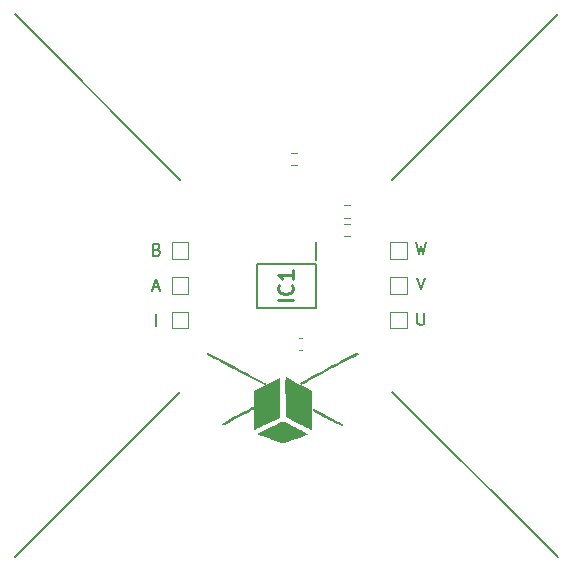
<source format=gbr>
%TF.GenerationSoftware,KiCad,Pcbnew,(6.0.0)*%
%TF.CreationDate,2022-01-20T18:02:09+07:00*%
%TF.ProjectId,CubeSat Encoder,43756265-5361-4742-9045-6e636f646572,rev?*%
%TF.SameCoordinates,Original*%
%TF.FileFunction,Legend,Top*%
%TF.FilePolarity,Positive*%
%FSLAX46Y46*%
G04 Gerber Fmt 4.6, Leading zero omitted, Abs format (unit mm)*
G04 Created by KiCad (PCBNEW (6.0.0)) date 2022-01-20 18:02:09*
%MOMM*%
%LPD*%
G01*
G04 APERTURE LIST*
%ADD10C,0.150000*%
%ADD11C,0.254000*%
%ADD12C,0.120000*%
%ADD13C,0.200000*%
G04 APERTURE END LIST*
D10*
X150000000Y-62000000D02*
X164000000Y-48000000D01*
X118000000Y-48000000D02*
X132000000Y-62000000D01*
X118000000Y-94000000D02*
X132000000Y-80000000D01*
X164000000Y-94000000D02*
X150000000Y-80000000D01*
X152066666Y-70302380D02*
X152400000Y-71302380D01*
X152733333Y-70302380D01*
X130071428Y-67928571D02*
X130214285Y-67976190D01*
X130261904Y-68023809D01*
X130309523Y-68119047D01*
X130309523Y-68261904D01*
X130261904Y-68357142D01*
X130214285Y-68404761D01*
X130119047Y-68452380D01*
X129738095Y-68452380D01*
X129738095Y-67452380D01*
X130071428Y-67452380D01*
X130166666Y-67500000D01*
X130214285Y-67547619D01*
X130261904Y-67642857D01*
X130261904Y-67738095D01*
X130214285Y-67833333D01*
X130166666Y-67880952D01*
X130071428Y-67928571D01*
X129738095Y-67928571D01*
X151971428Y-67302380D02*
X152209523Y-68302380D01*
X152400000Y-67588095D01*
X152590476Y-68302380D01*
X152828571Y-67302380D01*
X152114285Y-73302380D02*
X152114285Y-74111904D01*
X152161904Y-74207142D01*
X152209523Y-74254761D01*
X152304761Y-74302380D01*
X152495238Y-74302380D01*
X152590476Y-74254761D01*
X152638095Y-74207142D01*
X152685714Y-74111904D01*
X152685714Y-73302380D01*
X129761904Y-71116666D02*
X130238095Y-71116666D01*
X129666666Y-71402380D02*
X130000000Y-70402380D01*
X130333333Y-71402380D01*
X130000000Y-74402380D02*
X130000000Y-73402380D01*
D11*
%TO.C,IC1*%
X141574523Y-72239761D02*
X140304523Y-72239761D01*
X141453571Y-70909285D02*
X141514047Y-70969761D01*
X141574523Y-71151190D01*
X141574523Y-71272142D01*
X141514047Y-71453571D01*
X141393095Y-71574523D01*
X141272142Y-71635000D01*
X141030238Y-71695476D01*
X140848809Y-71695476D01*
X140606904Y-71635000D01*
X140485952Y-71574523D01*
X140365000Y-71453571D01*
X140304523Y-71272142D01*
X140304523Y-71151190D01*
X140365000Y-70969761D01*
X140425476Y-70909285D01*
X141574523Y-69699761D02*
X141574523Y-70425476D01*
X141574523Y-70062619D02*
X140304523Y-70062619D01*
X140485952Y-70183571D01*
X140606904Y-70304523D01*
X140667380Y-70425476D01*
D12*
%TO.C,C1*%
X142073733Y-75400000D02*
X142366267Y-75400000D01*
X142073733Y-76420000D02*
X142366267Y-76420000D01*
%TO.C,R1*%
X141934724Y-59727500D02*
X141425276Y-59727500D01*
X141934724Y-60772500D02*
X141425276Y-60772500D01*
%TO.C,G\u002A\u002A\u002A*%
G36*
X140756110Y-82509001D02*
G01*
X140879441Y-82560611D01*
X141054353Y-82639659D01*
X141268285Y-82739937D01*
X141508677Y-82855237D01*
X141762968Y-82979350D01*
X142018598Y-83106069D01*
X142263007Y-83229185D01*
X142483634Y-83342490D01*
X142667919Y-83439777D01*
X142803301Y-83514837D01*
X142877221Y-83561461D01*
X142886690Y-83573353D01*
X142834200Y-83597456D01*
X142710846Y-83645687D01*
X142530929Y-83712972D01*
X142308753Y-83794238D01*
X142058621Y-83884413D01*
X141794835Y-83978424D01*
X141531699Y-84071196D01*
X141283516Y-84157657D01*
X141064588Y-84232735D01*
X140889217Y-84291354D01*
X140771708Y-84328444D01*
X140727402Y-84339237D01*
X140672917Y-84323710D01*
X140546743Y-84282199D01*
X140362260Y-84219280D01*
X140132848Y-84139531D01*
X139871886Y-84047527D01*
X139800889Y-84022295D01*
X139521071Y-83922532D01*
X139257415Y-83828245D01*
X139026552Y-83745403D01*
X138845112Y-83679976D01*
X138729726Y-83637933D01*
X138719134Y-83634009D01*
X138518696Y-83559451D01*
X139577853Y-83026456D01*
X139864377Y-82883291D01*
X140126064Y-82754480D01*
X140351591Y-82645438D01*
X140529636Y-82561585D01*
X140648876Y-82508338D01*
X140696920Y-82491037D01*
X140756110Y-82509001D01*
G37*
G36*
X147091510Y-76667432D02*
G01*
X147106773Y-76682582D01*
X147141765Y-76758953D01*
X147134066Y-76796523D01*
X147088976Y-76822516D01*
X146971009Y-76886887D01*
X146787245Y-76985860D01*
X146544766Y-77115658D01*
X146250653Y-77272504D01*
X145911988Y-77452622D01*
X145535853Y-77652234D01*
X145129328Y-77867563D01*
X144727224Y-78080184D01*
X144298417Y-78307011D01*
X143893213Y-78521877D01*
X143518717Y-78720980D01*
X143182034Y-78900518D01*
X142890269Y-79056687D01*
X142650527Y-79185686D01*
X142469915Y-79283711D01*
X142355536Y-79346960D01*
X142314807Y-79371264D01*
X142336569Y-79404829D01*
X142425501Y-79467884D01*
X142567112Y-79551167D01*
X142732867Y-79638398D01*
X143190569Y-79868084D01*
X143190569Y-81539914D01*
X143190275Y-81918368D01*
X143189437Y-82266613D01*
X143188124Y-82574731D01*
X143186401Y-82832806D01*
X143184336Y-83030921D01*
X143181997Y-83159158D01*
X143179450Y-83207600D01*
X143179270Y-83207748D01*
X143137407Y-83187522D01*
X143025120Y-83132526D01*
X142853043Y-83047989D01*
X142631811Y-82939140D01*
X142372059Y-82811209D01*
X142084423Y-82669424D01*
X142083274Y-82668857D01*
X140998576Y-82133963D01*
X140970908Y-81215291D01*
X140958626Y-80769977D01*
X140949113Y-80346684D01*
X140942407Y-79954219D01*
X140938545Y-79601391D01*
X140937567Y-79297006D01*
X140939508Y-79049873D01*
X140944408Y-78868800D01*
X140952303Y-78762593D01*
X140960292Y-78737367D01*
X141008586Y-78757413D01*
X141121941Y-78812626D01*
X141285671Y-78895620D01*
X141485090Y-78999005D01*
X141589236Y-79053737D01*
X141869609Y-79199577D01*
X142072466Y-79300245D01*
X142197662Y-79355679D01*
X142245056Y-79365818D01*
X142214505Y-79330603D01*
X142183221Y-79305918D01*
X142164090Y-79294551D01*
X142146004Y-79285583D01*
X142134233Y-79275984D01*
X142134044Y-79262725D01*
X142150706Y-79242778D01*
X142189488Y-79213114D01*
X142255660Y-79170704D01*
X142354489Y-79112519D01*
X142491245Y-79035531D01*
X142671196Y-78936711D01*
X142899612Y-78813030D01*
X143181760Y-78661459D01*
X143522909Y-78478969D01*
X143928330Y-78262532D01*
X144403289Y-78009119D01*
X144903312Y-77742259D01*
X145371892Y-77492306D01*
X145767278Y-77282066D01*
X146095890Y-77108451D01*
X146364150Y-76968372D01*
X146578479Y-76858741D01*
X146745299Y-76776470D01*
X146871032Y-76718471D01*
X146962098Y-76681656D01*
X147024918Y-76662936D01*
X147065915Y-76659224D01*
X147091510Y-76667432D01*
G37*
G36*
X143365293Y-81434412D02*
G01*
X143484624Y-81495028D01*
X143664013Y-81586953D01*
X143893384Y-81705008D01*
X144162659Y-81844010D01*
X144461762Y-81998778D01*
X144603042Y-82072000D01*
X144956419Y-82255948D01*
X145236875Y-82403943D01*
X145452225Y-82520683D01*
X145610281Y-82610866D01*
X145718860Y-82679189D01*
X145785774Y-82730352D01*
X145818838Y-82769050D01*
X145825866Y-82799983D01*
X145824638Y-82806430D01*
X145783981Y-82878714D01*
X145750155Y-82894737D01*
X145698579Y-82874303D01*
X145577437Y-82816797D01*
X145397061Y-82727420D01*
X145167784Y-82611370D01*
X144899941Y-82473846D01*
X144603863Y-82320047D01*
X144501245Y-82266358D01*
X144157365Y-82085520D01*
X143885470Y-81940676D01*
X143677102Y-81826595D01*
X143523802Y-81738043D01*
X143417113Y-81669791D01*
X143348577Y-81616604D01*
X143309736Y-81573252D01*
X143292132Y-81534503D01*
X143288782Y-81516340D01*
X143291045Y-81433485D01*
X143316097Y-81410288D01*
X143365293Y-81434412D01*
G37*
G36*
X134399544Y-76703433D02*
G01*
X134466995Y-76725912D01*
X134564590Y-76766926D01*
X134698181Y-76829331D01*
X134873621Y-76915984D01*
X135096762Y-77029742D01*
X135373457Y-77173460D01*
X135709559Y-77349995D01*
X136110919Y-77562203D01*
X136583391Y-77812940D01*
X136827274Y-77942566D01*
X137263661Y-78175072D01*
X137675545Y-78395476D01*
X138056120Y-78600071D01*
X138398580Y-78785153D01*
X138696118Y-78947018D01*
X138941927Y-79081960D01*
X139129201Y-79186274D01*
X139251133Y-79256256D01*
X139300916Y-79288201D01*
X139301741Y-79289424D01*
X139268741Y-79334133D01*
X139220516Y-79366269D01*
X139189205Y-79368720D01*
X139130113Y-79353686D01*
X139037787Y-79318474D01*
X138906768Y-79260392D01*
X138731603Y-79176748D01*
X138506835Y-79064848D01*
X138227009Y-78922002D01*
X137886668Y-78745516D01*
X137480357Y-78532698D01*
X137002620Y-78280856D01*
X136746050Y-78145170D01*
X136315787Y-77917173D01*
X135909220Y-77701213D01*
X135533404Y-77501072D01*
X135195394Y-77320533D01*
X134902246Y-77163378D01*
X134661015Y-77033389D01*
X134478757Y-76934348D01*
X134362526Y-76870037D01*
X134319529Y-76844403D01*
X134305547Y-76779055D01*
X134319529Y-76718644D01*
X134331664Y-76702655D01*
X134356384Y-76696633D01*
X134399544Y-76703433D01*
G37*
G36*
X140475756Y-80462739D02*
G01*
X140472688Y-82149644D01*
X139411780Y-82669395D01*
X139125133Y-82809600D01*
X138864550Y-82936625D01*
X138641235Y-83045042D01*
X138466392Y-83129426D01*
X138351227Y-83184348D01*
X138307672Y-83204172D01*
X138293358Y-83166054D01*
X138285139Y-83043444D01*
X138283104Y-82842044D01*
X138287340Y-82567552D01*
X138294113Y-82334154D01*
X138302241Y-82062552D01*
X138307508Y-81824681D01*
X138309766Y-81634198D01*
X138308865Y-81504763D01*
X138304656Y-81450034D01*
X138303772Y-81449110D01*
X138260467Y-81469515D01*
X138146999Y-81527379D01*
X137972986Y-81617675D01*
X137748049Y-81735376D01*
X137481810Y-81875455D01*
X137183887Y-82032887D01*
X137002385Y-82129095D01*
X136689345Y-82294797D01*
X136401293Y-82446476D01*
X136148081Y-82579009D01*
X135939557Y-82687271D01*
X135785572Y-82766137D01*
X135695977Y-82810483D01*
X135677588Y-82818330D01*
X135629069Y-82789564D01*
X135598515Y-82735934D01*
X135594731Y-82707640D01*
X135610169Y-82675265D01*
X135652516Y-82634092D01*
X135729458Y-82579408D01*
X135848681Y-82506499D01*
X136017872Y-82410650D01*
X136244717Y-82287146D01*
X136536904Y-82131274D01*
X136879638Y-81950166D01*
X137198320Y-81781744D01*
X137492627Y-81625368D01*
X137752675Y-81486355D01*
X137968582Y-81370021D01*
X138130463Y-81281683D01*
X138228436Y-81226657D01*
X138252935Y-81211456D01*
X138277903Y-81159208D01*
X138295198Y-81042812D01*
X138305503Y-80854060D01*
X138309498Y-80584739D01*
X138309599Y-80528363D01*
X138309767Y-79889858D01*
X140478825Y-78775834D01*
X140475756Y-80462739D01*
G37*
%TO.C,TP5*%
X149800000Y-71650000D02*
X149800000Y-70250000D01*
X151200000Y-71650000D02*
X149800000Y-71650000D01*
X149800000Y-70250000D02*
X151200000Y-70250000D01*
X151200000Y-70250000D02*
X151200000Y-71650000D01*
D13*
%TO.C,IC1*%
X143500000Y-72850000D02*
X138500000Y-72850000D01*
X143525000Y-67325000D02*
X143525000Y-68800000D01*
X138500000Y-72850000D02*
X138500000Y-69150000D01*
X138500000Y-69150000D02*
X143500000Y-69150000D01*
X143500000Y-69150000D02*
X143500000Y-72850000D01*
D12*
%TO.C,TP2*%
X131300000Y-71650000D02*
X131300000Y-70250000D01*
X132700000Y-70250000D02*
X132700000Y-71650000D01*
X131300000Y-70250000D02*
X132700000Y-70250000D01*
X132700000Y-71650000D02*
X131300000Y-71650000D01*
%TO.C,TP1*%
X132700000Y-67300000D02*
X132700000Y-68700000D01*
X131300000Y-68700000D02*
X131300000Y-67300000D01*
X132700000Y-68700000D02*
X131300000Y-68700000D01*
X131300000Y-67300000D02*
X132700000Y-67300000D01*
%TO.C,TP6*%
X151200000Y-73200000D02*
X151200000Y-74600000D01*
X149800000Y-74600000D02*
X149800000Y-73200000D01*
X149800000Y-73200000D02*
X151200000Y-73200000D01*
X151200000Y-74600000D02*
X149800000Y-74600000D01*
%TO.C,TP4*%
X149800000Y-68700000D02*
X149800000Y-67300000D01*
X149800000Y-67300000D02*
X151200000Y-67300000D01*
X151200000Y-67300000D02*
X151200000Y-68700000D01*
X151200000Y-68700000D02*
X149800000Y-68700000D01*
%TO.C,R2*%
X145885276Y-65757500D02*
X146394724Y-65757500D01*
X145885276Y-66802500D02*
X146394724Y-66802500D01*
%TO.C,R3*%
X146394724Y-65222500D02*
X145885276Y-65222500D01*
X146394724Y-64177500D02*
X145885276Y-64177500D01*
%TO.C,TP3*%
X131300000Y-74600000D02*
X131300000Y-73200000D01*
X132700000Y-74600000D02*
X131300000Y-74600000D01*
X132700000Y-73200000D02*
X132700000Y-74600000D01*
X131300000Y-73200000D02*
X132700000Y-73200000D01*
%TD*%
M02*

</source>
